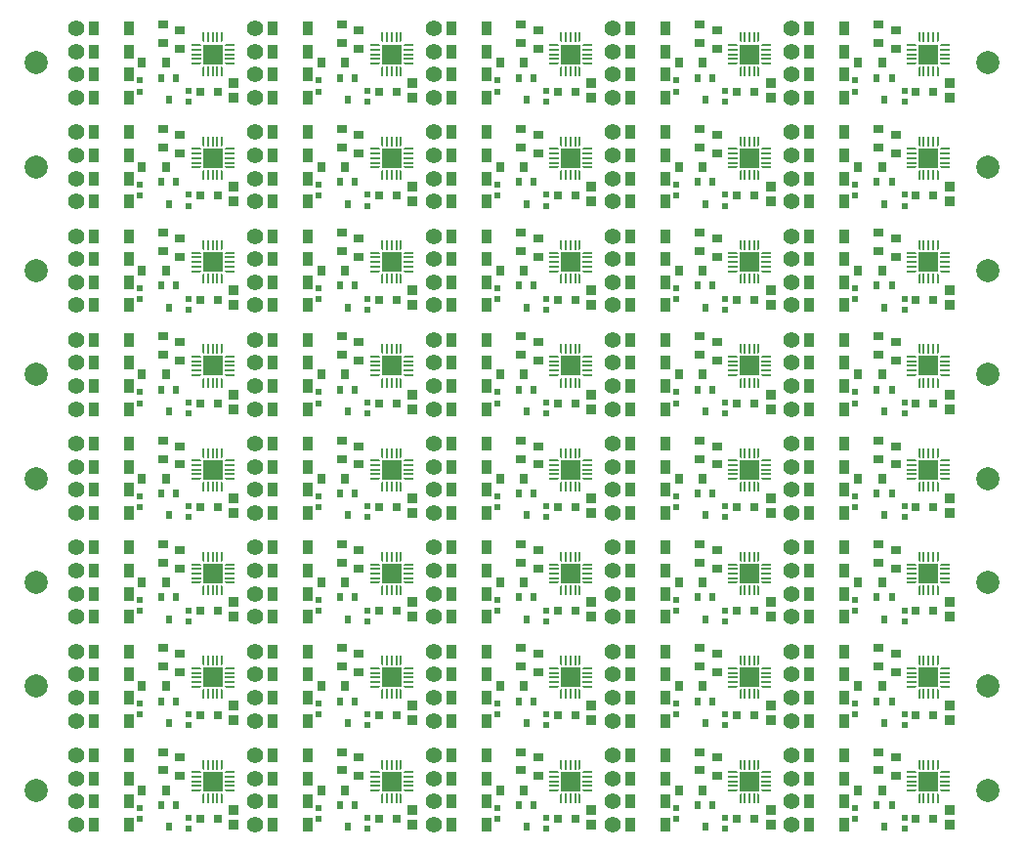
<source format=gbs>
G04 #@! TF.GenerationSoftware,KiCad,Pcbnew,(6.0.7)*
G04 #@! TF.CreationDate,2022-09-01T13:19:57+09:00*
G04 #@! TF.ProjectId,switchdecoder3,73776974-6368-4646-9563-6f646572332e,rev?*
G04 #@! TF.SameCoordinates,Original*
G04 #@! TF.FileFunction,Soldermask,Bot*
G04 #@! TF.FilePolarity,Negative*
%FSLAX46Y46*%
G04 Gerber Fmt 4.6, Leading zero omitted, Abs format (unit mm)*
G04 Created by KiCad (PCBNEW (6.0.7)) date 2022-09-01 13:19:57*
%MOMM*%
%LPD*%
G01*
G04 APERTURE LIST*
G04 Aperture macros list*
%AMRoundRect*
0 Rectangle with rounded corners*
0 $1 Rounding radius*
0 $2 $3 $4 $5 $6 $7 $8 $9 X,Y pos of 4 corners*
0 Add a 4 corners polygon primitive as box body*
4,1,4,$2,$3,$4,$5,$6,$7,$8,$9,$2,$3,0*
0 Add four circle primitives for the rounded corners*
1,1,$1+$1,$2,$3*
1,1,$1+$1,$4,$5*
1,1,$1+$1,$6,$7*
1,1,$1+$1,$8,$9*
0 Add four rect primitives between the rounded corners*
20,1,$1+$1,$2,$3,$4,$5,0*
20,1,$1+$1,$4,$5,$6,$7,0*
20,1,$1+$1,$6,$7,$8,$9,0*
20,1,$1+$1,$8,$9,$2,$3,0*%
%AMFreePoly0*
4,1,14,0.385355,0.085355,0.400000,0.050000,0.400000,0.000711,0.385355,-0.034644,0.334644,-0.085355,0.299289,-0.100000,-0.350000,-0.100000,-0.385355,-0.085355,-0.400000,-0.050000,-0.400000,0.050000,-0.385355,0.085355,-0.350000,0.100000,0.350000,0.100000,0.385355,0.085355,0.385355,0.085355,$1*%
%AMFreePoly1*
4,1,14,0.334644,0.085355,0.385355,0.034644,0.400000,-0.000711,0.400000,-0.050000,0.385355,-0.085355,0.350000,-0.100000,-0.350000,-0.100000,-0.385355,-0.085355,-0.400000,-0.050000,-0.400000,0.050000,-0.385355,0.085355,-0.350000,0.100000,0.299289,0.100000,0.334644,0.085355,0.334644,0.085355,$1*%
%AMFreePoly2*
4,1,14,0.085355,0.385355,0.100000,0.350000,0.100000,-0.350000,0.085355,-0.385355,0.050000,-0.400000,0.000711,-0.400000,-0.034644,-0.385355,-0.085355,-0.334644,-0.100000,-0.299289,-0.100000,0.350000,-0.085355,0.385355,-0.050000,0.400000,0.050000,0.400000,0.085355,0.385355,0.085355,0.385355,$1*%
%AMFreePoly3*
4,1,14,0.085355,0.385355,0.100000,0.350000,0.100000,-0.299289,0.085355,-0.334644,0.034644,-0.385355,-0.000711,-0.400000,-0.050000,-0.400000,-0.085355,-0.385355,-0.100000,-0.350000,-0.100000,0.350000,-0.085355,0.385355,-0.050000,0.400000,0.050000,0.400000,0.085355,0.385355,0.085355,0.385355,$1*%
%AMFreePoly4*
4,1,14,0.385355,0.085355,0.400000,0.050000,0.400000,-0.050000,0.385355,-0.085355,0.350000,-0.100000,-0.350000,-0.100000,-0.385355,-0.085355,-0.400000,-0.050000,-0.400000,-0.000711,-0.385355,0.034644,-0.334644,0.085355,-0.299289,0.100000,0.350000,0.100000,0.385355,0.085355,0.385355,0.085355,$1*%
%AMFreePoly5*
4,1,14,0.385355,0.085355,0.400000,0.050000,0.400000,-0.050000,0.385355,-0.085355,0.350000,-0.100000,-0.299289,-0.100000,-0.334644,-0.085355,-0.385355,-0.034644,-0.400000,0.000711,-0.400000,0.050000,-0.385355,0.085355,-0.350000,0.100000,0.350000,0.100000,0.385355,0.085355,0.385355,0.085355,$1*%
%AMFreePoly6*
4,1,14,0.034644,0.385355,0.085355,0.334644,0.100000,0.299289,0.100000,-0.350000,0.085355,-0.385355,0.050000,-0.400000,-0.050000,-0.400000,-0.085355,-0.385355,-0.100000,-0.350000,-0.100000,0.350000,-0.085355,0.385355,-0.050000,0.400000,-0.000711,0.400000,0.034644,0.385355,0.034644,0.385355,$1*%
%AMFreePoly7*
4,1,14,0.085355,0.385355,0.100000,0.350000,0.100000,-0.350000,0.085355,-0.385355,0.050000,-0.400000,-0.050000,-0.400000,-0.085355,-0.385355,-0.100000,-0.350000,-0.100000,0.299289,-0.085355,0.334644,-0.034644,0.385355,0.000711,0.400000,0.050000,0.400000,0.085355,0.385355,0.085355,0.385355,$1*%
G04 Aperture macros list end*
%ADD10C,1.400000*%
%ADD11C,2.000000*%
%ADD12FreePoly0,90.000000*%
%ADD13RoundRect,0.050000X0.050000X-0.350000X0.050000X0.350000X-0.050000X0.350000X-0.050000X-0.350000X0*%
%ADD14FreePoly1,90.000000*%
%ADD15FreePoly2,90.000000*%
%ADD16RoundRect,0.050000X0.350000X-0.050000X0.350000X0.050000X-0.350000X0.050000X-0.350000X-0.050000X0*%
%ADD17FreePoly3,90.000000*%
%ADD18FreePoly4,90.000000*%
%ADD19FreePoly5,90.000000*%
%ADD20FreePoly6,90.000000*%
%ADD21FreePoly7,90.000000*%
%ADD22R,1.700000X1.700000*%
%ADD23R,0.500000X0.550000*%
%ADD24R,0.900000X0.700000*%
%ADD25R,0.950000X0.950000*%
%ADD26R,0.800000X0.900000*%
%ADD27R,0.850000X1.200000*%
%ADD28R,0.800000X0.800000*%
%ADD29R,0.500000X0.800000*%
G04 APERTURE END LIST*
D10*
X52500000Y70500000D03*
X52500000Y68500000D03*
X52500000Y66500000D03*
X52500000Y64500000D03*
X68000000Y7500000D03*
X68000000Y5500000D03*
X68000000Y3500000D03*
X68000000Y1500000D03*
X21500000Y16500000D03*
X21500000Y14500000D03*
X21500000Y12500000D03*
X21500000Y10500000D03*
X68000000Y25500000D03*
X68000000Y23500000D03*
X68000000Y21500000D03*
X68000000Y19500000D03*
X52500000Y7500000D03*
X52500000Y5500000D03*
X52500000Y3500000D03*
X52500000Y1500000D03*
X6000000Y43500000D03*
X6000000Y41500000D03*
X6000000Y39500000D03*
X6000000Y37500000D03*
X6000000Y61500000D03*
X6000000Y59500000D03*
X6000000Y57500000D03*
X6000000Y55500000D03*
X37000000Y34500000D03*
X37000000Y32500000D03*
X37000000Y30500000D03*
X37000000Y28500000D03*
D11*
X85000000Y13500000D03*
X85000000Y13500000D03*
D10*
X37000000Y25500000D03*
X37000000Y23500000D03*
X37000000Y21500000D03*
X37000000Y19500000D03*
X52500000Y61500000D03*
X52500000Y59500000D03*
X52500000Y57500000D03*
X52500000Y55500000D03*
X37000000Y7500000D03*
X37000000Y5500000D03*
X37000000Y3500000D03*
X37000000Y1500000D03*
D11*
X85000000Y67500000D03*
X85000000Y67500000D03*
X85000000Y22500000D03*
X85000000Y22500000D03*
D10*
X37000000Y70500000D03*
X37000000Y68500000D03*
X37000000Y66500000D03*
X37000000Y64500000D03*
X68000000Y16500000D03*
X68000000Y14500000D03*
X68000000Y12500000D03*
X68000000Y10500000D03*
X21500000Y43500000D03*
X21500000Y41500000D03*
X21500000Y39500000D03*
X21500000Y37500000D03*
D11*
X2500000Y49500000D03*
D10*
X21500000Y70500000D03*
X21500000Y68500000D03*
X21500000Y66500000D03*
X21500000Y64500000D03*
X52500000Y43500000D03*
X52500000Y41500000D03*
X52500000Y39500000D03*
X52500000Y37500000D03*
D11*
X2500000Y58500000D03*
X2500000Y58500000D03*
X85000000Y31500000D03*
X85000000Y31500000D03*
X85000000Y4500000D03*
X85000000Y4500000D03*
X2500000Y13500000D03*
D10*
X21500000Y7500000D03*
X21500000Y5500000D03*
X21500000Y3500000D03*
X21500000Y1500000D03*
X21500000Y25500000D03*
X21500000Y23500000D03*
X21500000Y21500000D03*
X21500000Y19500000D03*
D11*
X85000000Y58500000D03*
X85000000Y58500000D03*
D10*
X37000000Y61500000D03*
X37000000Y59500000D03*
X37000000Y57500000D03*
X37000000Y55500000D03*
X68000000Y52500000D03*
X68000000Y50500000D03*
X68000000Y48500000D03*
X68000000Y46500000D03*
D11*
X2500000Y22500000D03*
D10*
X6000000Y25500000D03*
X6000000Y23500000D03*
X6000000Y21500000D03*
X6000000Y19500000D03*
X37000000Y16500000D03*
X37000000Y14500000D03*
X37000000Y12500000D03*
X37000000Y10500000D03*
X52500000Y52500000D03*
X52500000Y50500000D03*
X52500000Y48500000D03*
X52500000Y46500000D03*
X6000000Y34500000D03*
X6000000Y32500000D03*
X6000000Y30500000D03*
X6000000Y28500000D03*
D11*
X85000000Y40500000D03*
X85000000Y40500000D03*
D10*
X52500000Y25500000D03*
X52500000Y23500000D03*
X52500000Y21500000D03*
X52500000Y19500000D03*
X6000000Y7500000D03*
X6000000Y5500000D03*
X6000000Y3500000D03*
X6000000Y1500000D03*
D11*
X2500000Y4500000D03*
D10*
X68000000Y70500000D03*
X68000000Y68500000D03*
X68000000Y66500000D03*
X68000000Y64500000D03*
X37000000Y43500000D03*
X37000000Y41500000D03*
X37000000Y39500000D03*
X37000000Y37500000D03*
X21500000Y52500000D03*
X21500000Y50500000D03*
X21500000Y48500000D03*
X21500000Y46500000D03*
X37000000Y52500000D03*
X37000000Y50500000D03*
X37000000Y48500000D03*
X37000000Y46500000D03*
X21500000Y34500000D03*
X21500000Y32500000D03*
X21500000Y30500000D03*
X21500000Y28500000D03*
X68000000Y61500000D03*
X68000000Y59500000D03*
X68000000Y57500000D03*
X68000000Y55500000D03*
X68000000Y34500000D03*
X68000000Y32500000D03*
X68000000Y30500000D03*
X68000000Y28500000D03*
X21500000Y61500000D03*
X21500000Y59500000D03*
X21500000Y57500000D03*
X21500000Y55500000D03*
X52500000Y34500000D03*
X52500000Y32500000D03*
X52500000Y30500000D03*
X52500000Y28500000D03*
D11*
X2500000Y67500000D03*
X2500000Y67500000D03*
D10*
X52500000Y16500000D03*
X52500000Y14500000D03*
X52500000Y12500000D03*
X52500000Y10500000D03*
D11*
X2500000Y31500000D03*
X2500000Y40500000D03*
X85000000Y49500000D03*
X85000000Y49500000D03*
D10*
X6000000Y52500000D03*
X6000000Y50500000D03*
X6000000Y48500000D03*
X6000000Y46500000D03*
X6000000Y16500000D03*
X6000000Y14500000D03*
X6000000Y12500000D03*
X6000000Y10500000D03*
X68000000Y43500000D03*
X68000000Y41500000D03*
X68000000Y39500000D03*
X68000000Y37500000D03*
X6000000Y70500000D03*
X6000000Y68500000D03*
X6000000Y66500000D03*
X6000000Y64500000D03*
D12*
X80625000Y21800000D03*
D13*
X80225000Y21800000D03*
X79825000Y21800000D03*
X79425000Y21800000D03*
D14*
X79025000Y21800000D03*
D15*
X78375000Y22450000D03*
D16*
X78375000Y22850000D03*
X78375000Y23250000D03*
X78375000Y23650000D03*
D17*
X78375000Y24050000D03*
D18*
X79025000Y24700000D03*
D13*
X79425000Y24700000D03*
X79825000Y24700000D03*
X80225000Y24700000D03*
D19*
X80625000Y24700000D03*
D20*
X81275000Y24050000D03*
D16*
X81275000Y23650000D03*
X81275000Y23250000D03*
X81275000Y22850000D03*
D21*
X81275000Y22450000D03*
D22*
X79825000Y23250000D03*
D23*
X11500000Y65025000D03*
X11500000Y65975000D03*
D24*
X77000000Y70300000D03*
X77000000Y68700000D03*
D25*
X66150000Y47785000D03*
X66150000Y46515000D03*
D24*
X44500000Y61800000D03*
X44500000Y60200000D03*
D23*
X42500000Y2025000D03*
X42500000Y2975000D03*
D25*
X19650000Y20785000D03*
X19650000Y19515000D03*
X35150000Y11785000D03*
X35150000Y10515000D03*
D26*
X44800000Y49500000D03*
X42700000Y49500000D03*
D23*
X11500000Y38025000D03*
X11500000Y38975000D03*
D25*
X35150000Y65785000D03*
X35150000Y64515000D03*
D27*
X53975000Y12500000D03*
X57025000Y12500000D03*
D23*
X15750000Y29075000D03*
X15750000Y28125000D03*
D28*
X16725000Y38000000D03*
X18275000Y38000000D03*
D27*
X57025000Y70500000D03*
X53975000Y70500000D03*
X10525000Y34500000D03*
X7475000Y34500000D03*
D12*
X65125000Y39800000D03*
D13*
X64725000Y39800000D03*
X64325000Y39800000D03*
X63925000Y39800000D03*
D14*
X63525000Y39800000D03*
D15*
X62875000Y40450000D03*
D16*
X62875000Y40850000D03*
X62875000Y41250000D03*
X62875000Y41650000D03*
D17*
X62875000Y42050000D03*
D18*
X63525000Y42700000D03*
D13*
X63925000Y42700000D03*
X64325000Y42700000D03*
X64725000Y42700000D03*
D19*
X65125000Y42700000D03*
D20*
X65775000Y42050000D03*
D16*
X65775000Y41650000D03*
X65775000Y41250000D03*
X65775000Y40850000D03*
D21*
X65775000Y40450000D03*
D22*
X64325000Y41250000D03*
D27*
X38475000Y21500000D03*
X41525000Y21500000D03*
D24*
X46000000Y70300000D03*
X46000000Y68700000D03*
D12*
X18625000Y66800000D03*
D13*
X18225000Y66800000D03*
X17825000Y66800000D03*
X17425000Y66800000D03*
D14*
X17025000Y66800000D03*
D15*
X16375000Y67450000D03*
D16*
X16375000Y67850000D03*
X16375000Y68250000D03*
X16375000Y68650000D03*
D17*
X16375000Y69050000D03*
D18*
X17025000Y69700000D03*
D13*
X17425000Y69700000D03*
X17825000Y69700000D03*
X18225000Y69700000D03*
D19*
X18625000Y69700000D03*
D20*
X19275000Y69050000D03*
D16*
X19275000Y68650000D03*
X19275000Y68250000D03*
X19275000Y67850000D03*
D21*
X19275000Y67450000D03*
D22*
X17825000Y68250000D03*
D24*
X30500000Y43300000D03*
X30500000Y41700000D03*
D23*
X73500000Y2025000D03*
X73500000Y2975000D03*
D27*
X57025000Y37500000D03*
X53975000Y37500000D03*
X41525000Y28500000D03*
X38475000Y28500000D03*
X22975000Y30500000D03*
X26025000Y30500000D03*
D23*
X46750000Y20075000D03*
X46750000Y19125000D03*
D27*
X7475000Y41500000D03*
X10525000Y41500000D03*
D26*
X75800000Y4500000D03*
X73700000Y4500000D03*
D29*
X13350000Y57200000D03*
X14650000Y57200000D03*
X14000000Y55300000D03*
D12*
X49625000Y39800000D03*
D13*
X49225000Y39800000D03*
X48825000Y39800000D03*
X48425000Y39800000D03*
D14*
X48025000Y39800000D03*
D15*
X47375000Y40450000D03*
D16*
X47375000Y40850000D03*
X47375000Y41250000D03*
X47375000Y41650000D03*
D17*
X47375000Y42050000D03*
D18*
X48025000Y42700000D03*
D13*
X48425000Y42700000D03*
X48825000Y42700000D03*
X49225000Y42700000D03*
D19*
X49625000Y42700000D03*
D20*
X50275000Y42050000D03*
D16*
X50275000Y41650000D03*
X50275000Y41250000D03*
X50275000Y40850000D03*
D21*
X50275000Y40450000D03*
D22*
X48825000Y41250000D03*
D29*
X75350000Y12200000D03*
X76650000Y12200000D03*
X76000000Y10300000D03*
D23*
X62250000Y20075000D03*
X62250000Y19125000D03*
D28*
X16725000Y11000000D03*
X18275000Y11000000D03*
D27*
X69475000Y30500000D03*
X72525000Y30500000D03*
D23*
X77750000Y20075000D03*
X77750000Y19125000D03*
X58000000Y20025000D03*
X58000000Y20975000D03*
D28*
X32225000Y38000000D03*
X33775000Y38000000D03*
D24*
X77000000Y61300000D03*
X77000000Y59700000D03*
D27*
X72525000Y1500000D03*
X69475000Y1500000D03*
D25*
X35150000Y56785000D03*
X35150000Y55515000D03*
D27*
X26025000Y1500000D03*
X22975000Y1500000D03*
D12*
X18625000Y30800000D03*
D13*
X18225000Y30800000D03*
X17825000Y30800000D03*
X17425000Y30800000D03*
D14*
X17025000Y30800000D03*
D15*
X16375000Y31450000D03*
D16*
X16375000Y31850000D03*
X16375000Y32250000D03*
X16375000Y32650000D03*
D17*
X16375000Y33050000D03*
D18*
X17025000Y33700000D03*
D13*
X17425000Y33700000D03*
X17825000Y33700000D03*
X18225000Y33700000D03*
D19*
X18625000Y33700000D03*
D20*
X19275000Y33050000D03*
D16*
X19275000Y32650000D03*
X19275000Y32250000D03*
X19275000Y31850000D03*
D21*
X19275000Y31450000D03*
D22*
X17825000Y32250000D03*
D27*
X57025000Y61500000D03*
X53975000Y61500000D03*
D26*
X60300000Y40500000D03*
X58200000Y40500000D03*
D27*
X38475000Y66500000D03*
X41525000Y66500000D03*
D24*
X44500000Y25800000D03*
X44500000Y24200000D03*
D27*
X69475000Y66500000D03*
X72525000Y66500000D03*
D24*
X15000000Y61300000D03*
X15000000Y59700000D03*
D28*
X32225000Y20000000D03*
X33775000Y20000000D03*
D23*
X15750000Y2075000D03*
X15750000Y1125000D03*
D28*
X63225000Y2000000D03*
X64775000Y2000000D03*
D27*
X26025000Y61500000D03*
X22975000Y61500000D03*
X38475000Y12500000D03*
X41525000Y12500000D03*
D28*
X47725000Y11000000D03*
X49275000Y11000000D03*
D23*
X11500000Y2025000D03*
X11500000Y2975000D03*
D28*
X47725000Y38000000D03*
X49275000Y38000000D03*
D26*
X29300000Y13500000D03*
X27200000Y13500000D03*
D23*
X46750000Y29075000D03*
X46750000Y28125000D03*
D27*
X26025000Y10500000D03*
X22975000Y10500000D03*
D24*
X13500000Y7800000D03*
X13500000Y6200000D03*
X30500000Y52300000D03*
X30500000Y50700000D03*
D23*
X58000000Y29025000D03*
X58000000Y29975000D03*
X31250000Y47075000D03*
X31250000Y46125000D03*
D26*
X44800000Y67500000D03*
X42700000Y67500000D03*
D24*
X46000000Y7300000D03*
X46000000Y5700000D03*
D25*
X50650000Y2785000D03*
X50650000Y1515000D03*
D24*
X13500000Y61800000D03*
X13500000Y60200000D03*
D12*
X80625000Y39800000D03*
D13*
X80225000Y39800000D03*
X79825000Y39800000D03*
X79425000Y39800000D03*
D14*
X79025000Y39800000D03*
D15*
X78375000Y40450000D03*
D16*
X78375000Y40850000D03*
X78375000Y41250000D03*
X78375000Y41650000D03*
D17*
X78375000Y42050000D03*
D18*
X79025000Y42700000D03*
D13*
X79425000Y42700000D03*
X79825000Y42700000D03*
X80225000Y42700000D03*
D19*
X80625000Y42700000D03*
D20*
X81275000Y42050000D03*
D16*
X81275000Y41650000D03*
X81275000Y41250000D03*
X81275000Y40850000D03*
D21*
X81275000Y40450000D03*
D22*
X79825000Y41250000D03*
D12*
X80625000Y48800000D03*
D13*
X80225000Y48800000D03*
X79825000Y48800000D03*
X79425000Y48800000D03*
D14*
X79025000Y48800000D03*
D15*
X78375000Y49450000D03*
D16*
X78375000Y49850000D03*
X78375000Y50250000D03*
X78375000Y50650000D03*
D17*
X78375000Y51050000D03*
D18*
X79025000Y51700000D03*
D13*
X79425000Y51700000D03*
X79825000Y51700000D03*
X80225000Y51700000D03*
D19*
X80625000Y51700000D03*
D20*
X81275000Y51050000D03*
D16*
X81275000Y50650000D03*
X81275000Y50250000D03*
X81275000Y49850000D03*
D21*
X81275000Y49450000D03*
D22*
X79825000Y50250000D03*
D25*
X19650000Y29785000D03*
X19650000Y28515000D03*
D24*
X60000000Y7800000D03*
X60000000Y6200000D03*
D23*
X46750000Y38075000D03*
X46750000Y37125000D03*
D27*
X57025000Y1500000D03*
X53975000Y1500000D03*
D24*
X75500000Y25800000D03*
X75500000Y24200000D03*
X29000000Y7800000D03*
X29000000Y6200000D03*
D26*
X60300000Y67500000D03*
X58200000Y67500000D03*
D27*
X26025000Y64500000D03*
X22975000Y64500000D03*
X41525000Y10500000D03*
X38475000Y10500000D03*
D26*
X29300000Y40500000D03*
X27200000Y40500000D03*
D29*
X75350000Y21200000D03*
X76650000Y21200000D03*
X76000000Y19300000D03*
D12*
X80625000Y30800000D03*
D13*
X80225000Y30800000D03*
X79825000Y30800000D03*
X79425000Y30800000D03*
D14*
X79025000Y30800000D03*
D15*
X78375000Y31450000D03*
D16*
X78375000Y31850000D03*
X78375000Y32250000D03*
X78375000Y32650000D03*
D17*
X78375000Y33050000D03*
D18*
X79025000Y33700000D03*
D13*
X79425000Y33700000D03*
X79825000Y33700000D03*
X80225000Y33700000D03*
D19*
X80625000Y33700000D03*
D20*
X81275000Y33050000D03*
D16*
X81275000Y32650000D03*
X81275000Y32250000D03*
X81275000Y31850000D03*
D21*
X81275000Y31450000D03*
D22*
X79825000Y32250000D03*
D28*
X32225000Y65000000D03*
X33775000Y65000000D03*
D23*
X11500000Y29025000D03*
X11500000Y29975000D03*
D25*
X50650000Y20785000D03*
X50650000Y19515000D03*
D27*
X22975000Y32500000D03*
X26025000Y32500000D03*
D28*
X78725000Y56000000D03*
X80275000Y56000000D03*
D25*
X66150000Y29785000D03*
X66150000Y28515000D03*
D26*
X60300000Y22500000D03*
X58200000Y22500000D03*
X44800000Y58500000D03*
X42700000Y58500000D03*
D12*
X34125000Y48800000D03*
D13*
X33725000Y48800000D03*
X33325000Y48800000D03*
X32925000Y48800000D03*
D14*
X32525000Y48800000D03*
D15*
X31875000Y49450000D03*
D16*
X31875000Y49850000D03*
X31875000Y50250000D03*
X31875000Y50650000D03*
D17*
X31875000Y51050000D03*
D18*
X32525000Y51700000D03*
D13*
X32925000Y51700000D03*
X33325000Y51700000D03*
X33725000Y51700000D03*
D19*
X34125000Y51700000D03*
D20*
X34775000Y51050000D03*
D16*
X34775000Y50650000D03*
X34775000Y50250000D03*
X34775000Y49850000D03*
D21*
X34775000Y49450000D03*
D22*
X33325000Y50250000D03*
D25*
X35150000Y29785000D03*
X35150000Y28515000D03*
D27*
X10525000Y28500000D03*
X7475000Y28500000D03*
D24*
X61500000Y43300000D03*
X61500000Y41700000D03*
D27*
X22975000Y5500000D03*
X26025000Y5500000D03*
X72525000Y34500000D03*
X69475000Y34500000D03*
X69475000Y12500000D03*
X72525000Y12500000D03*
X72525000Y10500000D03*
X69475000Y10500000D03*
D25*
X35150000Y2785000D03*
X35150000Y1515000D03*
D27*
X7475000Y30500000D03*
X10525000Y30500000D03*
D25*
X66150000Y38785000D03*
X66150000Y37515000D03*
D26*
X60300000Y13500000D03*
X58200000Y13500000D03*
D25*
X19650000Y11785000D03*
X19650000Y10515000D03*
D27*
X7475000Y66500000D03*
X10525000Y66500000D03*
D28*
X78725000Y65000000D03*
X80275000Y65000000D03*
D29*
X28850000Y48200000D03*
X30150000Y48200000D03*
X29500000Y46300000D03*
D26*
X44800000Y31500000D03*
X42700000Y31500000D03*
D27*
X7475000Y14500000D03*
X10525000Y14500000D03*
D24*
X29000000Y61800000D03*
X29000000Y60200000D03*
X75500000Y43800000D03*
X75500000Y42200000D03*
D29*
X59850000Y3200000D03*
X61150000Y3200000D03*
X60500000Y1300000D03*
D27*
X10525000Y64500000D03*
X7475000Y64500000D03*
D25*
X50650000Y38785000D03*
X50650000Y37515000D03*
D24*
X75500000Y61800000D03*
X75500000Y60200000D03*
X29000000Y25800000D03*
X29000000Y24200000D03*
D27*
X7475000Y21500000D03*
X10525000Y21500000D03*
D28*
X63225000Y65000000D03*
X64775000Y65000000D03*
D12*
X65125000Y30800000D03*
D13*
X64725000Y30800000D03*
X64325000Y30800000D03*
X63925000Y30800000D03*
D14*
X63525000Y30800000D03*
D15*
X62875000Y31450000D03*
D16*
X62875000Y31850000D03*
X62875000Y32250000D03*
X62875000Y32650000D03*
D17*
X62875000Y33050000D03*
D18*
X63525000Y33700000D03*
D13*
X63925000Y33700000D03*
X64325000Y33700000D03*
X64725000Y33700000D03*
D19*
X65125000Y33700000D03*
D20*
X65775000Y33050000D03*
D16*
X65775000Y32650000D03*
X65775000Y32250000D03*
X65775000Y31850000D03*
D21*
X65775000Y31450000D03*
D22*
X64325000Y32250000D03*
D27*
X26025000Y19500000D03*
X22975000Y19500000D03*
D12*
X49625000Y3800000D03*
D13*
X49225000Y3800000D03*
X48825000Y3800000D03*
X48425000Y3800000D03*
D14*
X48025000Y3800000D03*
D15*
X47375000Y4450000D03*
D16*
X47375000Y4850000D03*
X47375000Y5250000D03*
X47375000Y5650000D03*
D17*
X47375000Y6050000D03*
D18*
X48025000Y6700000D03*
D13*
X48425000Y6700000D03*
X48825000Y6700000D03*
X49225000Y6700000D03*
D19*
X49625000Y6700000D03*
D20*
X50275000Y6050000D03*
D16*
X50275000Y5650000D03*
X50275000Y5250000D03*
X50275000Y4850000D03*
D21*
X50275000Y4450000D03*
D22*
X48825000Y5250000D03*
D24*
X30500000Y7300000D03*
X30500000Y5700000D03*
D27*
X10525000Y52500000D03*
X7475000Y52500000D03*
D12*
X34125000Y12800000D03*
D13*
X33725000Y12800000D03*
X33325000Y12800000D03*
X32925000Y12800000D03*
D14*
X32525000Y12800000D03*
D15*
X31875000Y13450000D03*
D16*
X31875000Y13850000D03*
X31875000Y14250000D03*
X31875000Y14650000D03*
D17*
X31875000Y15050000D03*
D18*
X32525000Y15700000D03*
D13*
X32925000Y15700000D03*
X33325000Y15700000D03*
X33725000Y15700000D03*
D19*
X34125000Y15700000D03*
D20*
X34775000Y15050000D03*
D16*
X34775000Y14650000D03*
X34775000Y14250000D03*
X34775000Y13850000D03*
D21*
X34775000Y13450000D03*
D22*
X33325000Y14250000D03*
D24*
X75500000Y16800000D03*
X75500000Y15200000D03*
D29*
X44350000Y48200000D03*
X45650000Y48200000D03*
X45000000Y46300000D03*
D23*
X27000000Y29025000D03*
X27000000Y29975000D03*
D25*
X19650000Y47785000D03*
X19650000Y46515000D03*
D12*
X18625000Y3800000D03*
D13*
X18225000Y3800000D03*
X17825000Y3800000D03*
X17425000Y3800000D03*
D14*
X17025000Y3800000D03*
D15*
X16375000Y4450000D03*
D16*
X16375000Y4850000D03*
X16375000Y5250000D03*
X16375000Y5650000D03*
D17*
X16375000Y6050000D03*
D18*
X17025000Y6700000D03*
D13*
X17425000Y6700000D03*
X17825000Y6700000D03*
X18225000Y6700000D03*
D19*
X18625000Y6700000D03*
D20*
X19275000Y6050000D03*
D16*
X19275000Y5650000D03*
X19275000Y5250000D03*
X19275000Y4850000D03*
D21*
X19275000Y4450000D03*
D22*
X17825000Y5250000D03*
D24*
X61500000Y25300000D03*
X61500000Y23700000D03*
D29*
X13350000Y12200000D03*
X14650000Y12200000D03*
X14000000Y10300000D03*
D12*
X18625000Y39800000D03*
D13*
X18225000Y39800000D03*
X17825000Y39800000D03*
X17425000Y39800000D03*
D14*
X17025000Y39800000D03*
D15*
X16375000Y40450000D03*
D16*
X16375000Y40850000D03*
X16375000Y41250000D03*
X16375000Y41650000D03*
D17*
X16375000Y42050000D03*
D18*
X17025000Y42700000D03*
D13*
X17425000Y42700000D03*
X17825000Y42700000D03*
X18225000Y42700000D03*
D19*
X18625000Y42700000D03*
D20*
X19275000Y42050000D03*
D16*
X19275000Y41650000D03*
X19275000Y41250000D03*
X19275000Y40850000D03*
D21*
X19275000Y40450000D03*
D22*
X17825000Y41250000D03*
D26*
X29300000Y58500000D03*
X27200000Y58500000D03*
D27*
X22975000Y14500000D03*
X26025000Y14500000D03*
D28*
X47725000Y29000000D03*
X49275000Y29000000D03*
D24*
X13500000Y25800000D03*
X13500000Y24200000D03*
X60000000Y25800000D03*
X60000000Y24200000D03*
D27*
X72525000Y43500000D03*
X69475000Y43500000D03*
D24*
X61500000Y70300000D03*
X61500000Y68700000D03*
D28*
X16725000Y20000000D03*
X18275000Y20000000D03*
D24*
X13500000Y16800000D03*
X13500000Y15200000D03*
D27*
X53975000Y3500000D03*
X57025000Y3500000D03*
D26*
X13800000Y31500000D03*
X11700000Y31500000D03*
D24*
X15000000Y7300000D03*
X15000000Y5700000D03*
X29000000Y43800000D03*
X29000000Y42200000D03*
X29000000Y34800000D03*
X29000000Y33200000D03*
X13500000Y43800000D03*
X13500000Y42200000D03*
X29000000Y52800000D03*
X29000000Y51200000D03*
D27*
X22975000Y41500000D03*
X26025000Y41500000D03*
X57025000Y19500000D03*
X53975000Y19500000D03*
D25*
X81650000Y2785000D03*
X81650000Y1515000D03*
D28*
X63225000Y20000000D03*
X64775000Y20000000D03*
D27*
X38475000Y50500000D03*
X41525000Y50500000D03*
D28*
X16725000Y2000000D03*
X18275000Y2000000D03*
D27*
X72525000Y37500000D03*
X69475000Y37500000D03*
D26*
X13800000Y49500000D03*
X11700000Y49500000D03*
D25*
X81650000Y11785000D03*
X81650000Y10515000D03*
D24*
X77000000Y25300000D03*
X77000000Y23700000D03*
D27*
X22975000Y68500000D03*
X26025000Y68500000D03*
D29*
X13350000Y66200000D03*
X14650000Y66200000D03*
X14000000Y64300000D03*
D23*
X42500000Y11025000D03*
X42500000Y11975000D03*
D12*
X65125000Y21800000D03*
D13*
X64725000Y21800000D03*
X64325000Y21800000D03*
X63925000Y21800000D03*
D14*
X63525000Y21800000D03*
D15*
X62875000Y22450000D03*
D16*
X62875000Y22850000D03*
X62875000Y23250000D03*
X62875000Y23650000D03*
D17*
X62875000Y24050000D03*
D18*
X63525000Y24700000D03*
D13*
X63925000Y24700000D03*
X64325000Y24700000D03*
X64725000Y24700000D03*
D19*
X65125000Y24700000D03*
D20*
X65775000Y24050000D03*
D16*
X65775000Y23650000D03*
X65775000Y23250000D03*
X65775000Y22850000D03*
D21*
X65775000Y22450000D03*
D22*
X64325000Y23250000D03*
D27*
X7475000Y39500000D03*
X10525000Y39500000D03*
D23*
X11500000Y11025000D03*
X11500000Y11975000D03*
D27*
X69475000Y68500000D03*
X72525000Y68500000D03*
D29*
X28850000Y66200000D03*
X30150000Y66200000D03*
X29500000Y64300000D03*
D25*
X66150000Y11785000D03*
X66150000Y10515000D03*
X81650000Y56785000D03*
X81650000Y55515000D03*
D24*
X44500000Y43800000D03*
X44500000Y42200000D03*
D27*
X38475000Y30500000D03*
X41525000Y30500000D03*
X57025000Y64500000D03*
X53975000Y64500000D03*
X26025000Y52500000D03*
X22975000Y52500000D03*
X22975000Y23500000D03*
X26025000Y23500000D03*
D23*
X15750000Y20075000D03*
X15750000Y19125000D03*
X58000000Y11025000D03*
X58000000Y11975000D03*
D27*
X53975000Y59500000D03*
X57025000Y59500000D03*
X53975000Y66500000D03*
X57025000Y66500000D03*
X26025000Y7500000D03*
X22975000Y7500000D03*
D24*
X15000000Y34300000D03*
X15000000Y32700000D03*
X77000000Y34300000D03*
X77000000Y32700000D03*
D27*
X7475000Y12500000D03*
X10525000Y12500000D03*
D26*
X60300000Y58500000D03*
X58200000Y58500000D03*
D28*
X47725000Y56000000D03*
X49275000Y56000000D03*
D27*
X69475000Y21500000D03*
X72525000Y21500000D03*
X72525000Y61500000D03*
X69475000Y61500000D03*
X41525000Y64500000D03*
X38475000Y64500000D03*
D23*
X46750000Y65075000D03*
X46750000Y64125000D03*
D24*
X60000000Y16800000D03*
X60000000Y15200000D03*
D29*
X44350000Y21200000D03*
X45650000Y21200000D03*
X45000000Y19300000D03*
X75350000Y39200000D03*
X76650000Y39200000D03*
X76000000Y37300000D03*
D24*
X13500000Y52800000D03*
X13500000Y51200000D03*
D23*
X31250000Y65075000D03*
X31250000Y64125000D03*
D12*
X49625000Y21800000D03*
D13*
X49225000Y21800000D03*
X48825000Y21800000D03*
X48425000Y21800000D03*
D14*
X48025000Y21800000D03*
D15*
X47375000Y22450000D03*
D16*
X47375000Y22850000D03*
X47375000Y23250000D03*
X47375000Y23650000D03*
D17*
X47375000Y24050000D03*
D18*
X48025000Y24700000D03*
D13*
X48425000Y24700000D03*
X48825000Y24700000D03*
X49225000Y24700000D03*
D19*
X49625000Y24700000D03*
D20*
X50275000Y24050000D03*
D16*
X50275000Y23650000D03*
X50275000Y23250000D03*
X50275000Y22850000D03*
D21*
X50275000Y22450000D03*
D22*
X48825000Y23250000D03*
D24*
X75500000Y34800000D03*
X75500000Y33200000D03*
D27*
X7475000Y3500000D03*
X10525000Y3500000D03*
D29*
X59850000Y12200000D03*
X61150000Y12200000D03*
X60500000Y10300000D03*
D23*
X46750000Y56075000D03*
X46750000Y55125000D03*
X58000000Y47025000D03*
X58000000Y47975000D03*
X42500000Y56025000D03*
X42500000Y56975000D03*
D27*
X72525000Y46500000D03*
X69475000Y46500000D03*
D26*
X60300000Y4500000D03*
X58200000Y4500000D03*
D23*
X77750000Y47075000D03*
X77750000Y46125000D03*
X46750000Y2075000D03*
X46750000Y1125000D03*
D28*
X63225000Y56000000D03*
X64775000Y56000000D03*
D29*
X75350000Y66200000D03*
X76650000Y66200000D03*
X76000000Y64300000D03*
X75350000Y3200000D03*
X76650000Y3200000D03*
X76000000Y1300000D03*
D23*
X27000000Y56025000D03*
X27000000Y56975000D03*
D24*
X75500000Y70800000D03*
X75500000Y69200000D03*
D28*
X63225000Y29000000D03*
X64775000Y29000000D03*
D12*
X80625000Y57800000D03*
D13*
X80225000Y57800000D03*
X79825000Y57800000D03*
X79425000Y57800000D03*
D14*
X79025000Y57800000D03*
D15*
X78375000Y58450000D03*
D16*
X78375000Y58850000D03*
X78375000Y59250000D03*
X78375000Y59650000D03*
D17*
X78375000Y60050000D03*
D18*
X79025000Y60700000D03*
D13*
X79425000Y60700000D03*
X79825000Y60700000D03*
X80225000Y60700000D03*
D19*
X80625000Y60700000D03*
D20*
X81275000Y60050000D03*
D16*
X81275000Y59650000D03*
X81275000Y59250000D03*
X81275000Y58850000D03*
D21*
X81275000Y58450000D03*
D22*
X79825000Y59250000D03*
D27*
X22975000Y66500000D03*
X26025000Y66500000D03*
D26*
X75800000Y58500000D03*
X73700000Y58500000D03*
D25*
X66150000Y56785000D03*
X66150000Y55515000D03*
D12*
X49625000Y12800000D03*
D13*
X49225000Y12800000D03*
X48825000Y12800000D03*
X48425000Y12800000D03*
D14*
X48025000Y12800000D03*
D15*
X47375000Y13450000D03*
D16*
X47375000Y13850000D03*
X47375000Y14250000D03*
X47375000Y14650000D03*
D17*
X47375000Y15050000D03*
D18*
X48025000Y15700000D03*
D13*
X48425000Y15700000D03*
X48825000Y15700000D03*
X49225000Y15700000D03*
D19*
X49625000Y15700000D03*
D20*
X50275000Y15050000D03*
D16*
X50275000Y14650000D03*
X50275000Y14250000D03*
X50275000Y13850000D03*
D21*
X50275000Y13450000D03*
D22*
X48825000Y14250000D03*
D27*
X57025000Y10500000D03*
X53975000Y10500000D03*
D25*
X19650000Y38785000D03*
X19650000Y37515000D03*
D27*
X38475000Y59500000D03*
X41525000Y59500000D03*
D23*
X62250000Y65075000D03*
X62250000Y64125000D03*
D24*
X30500000Y25300000D03*
X30500000Y23700000D03*
D29*
X13350000Y30200000D03*
X14650000Y30200000D03*
X14000000Y28300000D03*
D27*
X7475000Y23500000D03*
X10525000Y23500000D03*
X57025000Y7500000D03*
X53975000Y7500000D03*
X41525000Y25500000D03*
X38475000Y25500000D03*
X69475000Y59500000D03*
X72525000Y59500000D03*
X53975000Y5500000D03*
X57025000Y5500000D03*
D28*
X32225000Y56000000D03*
X33775000Y56000000D03*
D27*
X69475000Y41500000D03*
X72525000Y41500000D03*
X53975000Y39500000D03*
X57025000Y39500000D03*
X72525000Y52500000D03*
X69475000Y52500000D03*
D25*
X66150000Y20785000D03*
X66150000Y19515000D03*
D24*
X60000000Y61800000D03*
X60000000Y60200000D03*
D27*
X26025000Y43500000D03*
X22975000Y43500000D03*
X10525000Y55500000D03*
X7475000Y55500000D03*
X22975000Y12500000D03*
X26025000Y12500000D03*
X41525000Y43500000D03*
X38475000Y43500000D03*
D23*
X73500000Y65025000D03*
X73500000Y65975000D03*
D24*
X15000000Y25300000D03*
X15000000Y23700000D03*
D23*
X58000000Y65025000D03*
X58000000Y65975000D03*
D26*
X29300000Y49500000D03*
X27200000Y49500000D03*
D23*
X31250000Y56075000D03*
X31250000Y55125000D03*
X58000000Y38025000D03*
X58000000Y38975000D03*
D25*
X81650000Y38785000D03*
X81650000Y37515000D03*
D12*
X34125000Y3800000D03*
D13*
X33725000Y3800000D03*
X33325000Y3800000D03*
X32925000Y3800000D03*
D14*
X32525000Y3800000D03*
D15*
X31875000Y4450000D03*
D16*
X31875000Y4850000D03*
X31875000Y5250000D03*
X31875000Y5650000D03*
D17*
X31875000Y6050000D03*
D18*
X32525000Y6700000D03*
D13*
X32925000Y6700000D03*
X33325000Y6700000D03*
X33725000Y6700000D03*
D19*
X34125000Y6700000D03*
D20*
X34775000Y6050000D03*
D16*
X34775000Y5650000D03*
X34775000Y5250000D03*
X34775000Y4850000D03*
D21*
X34775000Y4450000D03*
D22*
X33325000Y5250000D03*
D26*
X29300000Y22500000D03*
X27200000Y22500000D03*
D24*
X30500000Y16300000D03*
X30500000Y14700000D03*
D27*
X72525000Y70500000D03*
X69475000Y70500000D03*
X57025000Y55500000D03*
X53975000Y55500000D03*
D26*
X13800000Y13500000D03*
X11700000Y13500000D03*
D27*
X10525000Y46500000D03*
X7475000Y46500000D03*
D29*
X59850000Y48200000D03*
X61150000Y48200000D03*
X60500000Y46300000D03*
D24*
X77000000Y43300000D03*
X77000000Y41700000D03*
D27*
X69475000Y14500000D03*
X72525000Y14500000D03*
D24*
X30500000Y34300000D03*
X30500000Y32700000D03*
D29*
X28850000Y3200000D03*
X30150000Y3200000D03*
X29500000Y1300000D03*
D23*
X27000000Y11025000D03*
X27000000Y11975000D03*
D27*
X57025000Y52500000D03*
X53975000Y52500000D03*
D12*
X65125000Y3800000D03*
D13*
X64725000Y3800000D03*
X64325000Y3800000D03*
X63925000Y3800000D03*
D14*
X63525000Y3800000D03*
D15*
X62875000Y4450000D03*
D16*
X62875000Y4850000D03*
X62875000Y5250000D03*
X62875000Y5650000D03*
D17*
X62875000Y6050000D03*
D18*
X63525000Y6700000D03*
D13*
X63925000Y6700000D03*
X64325000Y6700000D03*
X64725000Y6700000D03*
D19*
X65125000Y6700000D03*
D20*
X65775000Y6050000D03*
D16*
X65775000Y5650000D03*
X65775000Y5250000D03*
X65775000Y4850000D03*
D21*
X65775000Y4450000D03*
D22*
X64325000Y5250000D03*
D27*
X69475000Y57500000D03*
X72525000Y57500000D03*
X69475000Y3500000D03*
X72525000Y3500000D03*
D28*
X63225000Y47000000D03*
X64775000Y47000000D03*
D29*
X59850000Y21200000D03*
X61150000Y21200000D03*
X60500000Y19300000D03*
D23*
X62250000Y2075000D03*
X62250000Y1125000D03*
D26*
X13800000Y40500000D03*
X11700000Y40500000D03*
D27*
X69475000Y48500000D03*
X72525000Y48500000D03*
D24*
X44500000Y34800000D03*
X44500000Y33200000D03*
D25*
X35150000Y20785000D03*
X35150000Y19515000D03*
X66150000Y2785000D03*
X66150000Y1515000D03*
D27*
X41525000Y34500000D03*
X38475000Y34500000D03*
D23*
X62250000Y29075000D03*
X62250000Y28125000D03*
D24*
X46000000Y34300000D03*
X46000000Y32700000D03*
X44500000Y16800000D03*
X44500000Y15200000D03*
D26*
X13800000Y58500000D03*
X11700000Y58500000D03*
D27*
X38475000Y3500000D03*
X41525000Y3500000D03*
D24*
X46000000Y43300000D03*
X46000000Y41700000D03*
X46000000Y61300000D03*
X46000000Y59700000D03*
D12*
X18625000Y48800000D03*
D13*
X18225000Y48800000D03*
X17825000Y48800000D03*
X17425000Y48800000D03*
D14*
X17025000Y48800000D03*
D15*
X16375000Y49450000D03*
D16*
X16375000Y49850000D03*
X16375000Y50250000D03*
X16375000Y50650000D03*
D17*
X16375000Y51050000D03*
D18*
X17025000Y51700000D03*
D13*
X17425000Y51700000D03*
X17825000Y51700000D03*
X18225000Y51700000D03*
D19*
X18625000Y51700000D03*
D20*
X19275000Y51050000D03*
D16*
X19275000Y50650000D03*
X19275000Y50250000D03*
X19275000Y49850000D03*
D21*
X19275000Y49450000D03*
D22*
X17825000Y50250000D03*
D29*
X59850000Y39200000D03*
X61150000Y39200000D03*
X60500000Y37300000D03*
D27*
X38475000Y23500000D03*
X41525000Y23500000D03*
X10525000Y43500000D03*
X7475000Y43500000D03*
D26*
X13800000Y67500000D03*
X11700000Y67500000D03*
D29*
X44350000Y66200000D03*
X45650000Y66200000D03*
X45000000Y64300000D03*
D12*
X49625000Y66800000D03*
D13*
X49225000Y66800000D03*
X48825000Y66800000D03*
X48425000Y66800000D03*
D14*
X48025000Y66800000D03*
D15*
X47375000Y67450000D03*
D16*
X47375000Y67850000D03*
X47375000Y68250000D03*
X47375000Y68650000D03*
D17*
X47375000Y69050000D03*
D18*
X48025000Y69700000D03*
D13*
X48425000Y69700000D03*
X48825000Y69700000D03*
X49225000Y69700000D03*
D19*
X49625000Y69700000D03*
D20*
X50275000Y69050000D03*
D16*
X50275000Y68650000D03*
X50275000Y68250000D03*
X50275000Y67850000D03*
D21*
X50275000Y67450000D03*
D22*
X48825000Y68250000D03*
D23*
X46750000Y11075000D03*
X46750000Y10125000D03*
D29*
X75350000Y57200000D03*
X76650000Y57200000D03*
X76000000Y55300000D03*
D24*
X61500000Y7300000D03*
X61500000Y5700000D03*
D26*
X44800000Y13500000D03*
X42700000Y13500000D03*
D27*
X38475000Y41500000D03*
X41525000Y41500000D03*
D24*
X46000000Y16300000D03*
X46000000Y14700000D03*
D29*
X28850000Y39200000D03*
X30150000Y39200000D03*
X29500000Y37300000D03*
D27*
X72525000Y19500000D03*
X69475000Y19500000D03*
D25*
X50650000Y65785000D03*
X50650000Y64515000D03*
D12*
X49625000Y57800000D03*
D13*
X49225000Y57800000D03*
X48825000Y57800000D03*
X48425000Y57800000D03*
D14*
X48025000Y57800000D03*
D15*
X47375000Y58450000D03*
D16*
X47375000Y58850000D03*
X47375000Y59250000D03*
X47375000Y59650000D03*
D17*
X47375000Y60050000D03*
D18*
X48025000Y60700000D03*
D13*
X48425000Y60700000D03*
X48825000Y60700000D03*
X49225000Y60700000D03*
D19*
X49625000Y60700000D03*
D20*
X50275000Y60050000D03*
D16*
X50275000Y59650000D03*
X50275000Y59250000D03*
X50275000Y58850000D03*
D21*
X50275000Y58450000D03*
D22*
X48825000Y59250000D03*
D23*
X27000000Y2025000D03*
X27000000Y2975000D03*
X31250000Y20075000D03*
X31250000Y19125000D03*
D24*
X29000000Y16800000D03*
X29000000Y15200000D03*
X13500000Y70800000D03*
X13500000Y69200000D03*
D23*
X15750000Y47075000D03*
X15750000Y46125000D03*
D27*
X72525000Y64500000D03*
X69475000Y64500000D03*
D12*
X18625000Y21800000D03*
D13*
X18225000Y21800000D03*
X17825000Y21800000D03*
X17425000Y21800000D03*
D14*
X17025000Y21800000D03*
D15*
X16375000Y22450000D03*
D16*
X16375000Y22850000D03*
X16375000Y23250000D03*
X16375000Y23650000D03*
D17*
X16375000Y24050000D03*
D18*
X17025000Y24700000D03*
D13*
X17425000Y24700000D03*
X17825000Y24700000D03*
X18225000Y24700000D03*
D19*
X18625000Y24700000D03*
D20*
X19275000Y24050000D03*
D16*
X19275000Y23650000D03*
X19275000Y23250000D03*
X19275000Y22850000D03*
D21*
X19275000Y22450000D03*
D22*
X17825000Y23250000D03*
D23*
X77750000Y56075000D03*
X77750000Y55125000D03*
D27*
X10525000Y1500000D03*
X7475000Y1500000D03*
D23*
X27000000Y20025000D03*
X27000000Y20975000D03*
D27*
X26025000Y16500000D03*
X22975000Y16500000D03*
D29*
X13350000Y48200000D03*
X14650000Y48200000D03*
X14000000Y46300000D03*
D23*
X77750000Y65075000D03*
X77750000Y64125000D03*
D24*
X15000000Y16300000D03*
X15000000Y14700000D03*
X44500000Y70800000D03*
X44500000Y69200000D03*
D29*
X13350000Y3200000D03*
X14650000Y3200000D03*
X14000000Y1300000D03*
D27*
X72525000Y55500000D03*
X69475000Y55500000D03*
D12*
X34125000Y66800000D03*
D13*
X33725000Y66800000D03*
X33325000Y66800000D03*
X32925000Y66800000D03*
D14*
X32525000Y66800000D03*
D15*
X31875000Y67450000D03*
D16*
X31875000Y67850000D03*
X31875000Y68250000D03*
X31875000Y68650000D03*
D17*
X31875000Y69050000D03*
D18*
X32525000Y69700000D03*
D13*
X32925000Y69700000D03*
X33325000Y69700000D03*
X33725000Y69700000D03*
D19*
X34125000Y69700000D03*
D20*
X34775000Y69050000D03*
D16*
X34775000Y68650000D03*
X34775000Y68250000D03*
X34775000Y67850000D03*
D21*
X34775000Y67450000D03*
D22*
X33325000Y68250000D03*
D26*
X44800000Y40500000D03*
X42700000Y40500000D03*
D23*
X62250000Y38075000D03*
X62250000Y37125000D03*
X73500000Y56025000D03*
X73500000Y56975000D03*
D24*
X15000000Y43300000D03*
X15000000Y41700000D03*
D27*
X38475000Y68500000D03*
X41525000Y68500000D03*
D23*
X62250000Y56075000D03*
X62250000Y55125000D03*
D24*
X77000000Y16300000D03*
X77000000Y14700000D03*
D27*
X41525000Y7500000D03*
X38475000Y7500000D03*
D29*
X13350000Y21200000D03*
X14650000Y21200000D03*
X14000000Y19300000D03*
D27*
X22975000Y48500000D03*
X26025000Y48500000D03*
D29*
X59850000Y66200000D03*
X61150000Y66200000D03*
X60500000Y64300000D03*
D12*
X65125000Y57800000D03*
D13*
X64725000Y57800000D03*
X64325000Y57800000D03*
X63925000Y57800000D03*
D14*
X63525000Y57800000D03*
D15*
X62875000Y58450000D03*
D16*
X62875000Y58850000D03*
X62875000Y59250000D03*
X62875000Y59650000D03*
D17*
X62875000Y60050000D03*
D18*
X63525000Y60700000D03*
D13*
X63925000Y60700000D03*
X64325000Y60700000D03*
X64725000Y60700000D03*
D19*
X65125000Y60700000D03*
D20*
X65775000Y60050000D03*
D16*
X65775000Y59650000D03*
X65775000Y59250000D03*
X65775000Y58850000D03*
D21*
X65775000Y58450000D03*
D22*
X64325000Y59250000D03*
D27*
X38475000Y5500000D03*
X41525000Y5500000D03*
D24*
X61500000Y52300000D03*
X61500000Y50700000D03*
D27*
X57025000Y25500000D03*
X53975000Y25500000D03*
X57025000Y43500000D03*
X53975000Y43500000D03*
X10525000Y25500000D03*
X7475000Y25500000D03*
D23*
X73500000Y29025000D03*
X73500000Y29975000D03*
D27*
X53975000Y30500000D03*
X57025000Y30500000D03*
X22975000Y3500000D03*
X26025000Y3500000D03*
D23*
X27000000Y38025000D03*
X27000000Y38975000D03*
X31250000Y38075000D03*
X31250000Y37125000D03*
D24*
X29000000Y70800000D03*
X29000000Y69200000D03*
D29*
X59850000Y57200000D03*
X61150000Y57200000D03*
X60500000Y55300000D03*
X44350000Y39200000D03*
X45650000Y39200000D03*
X45000000Y37300000D03*
D28*
X78725000Y38000000D03*
X80275000Y38000000D03*
D27*
X72525000Y16500000D03*
X69475000Y16500000D03*
D23*
X62250000Y47075000D03*
X62250000Y46125000D03*
D26*
X29300000Y4500000D03*
X27200000Y4500000D03*
D28*
X16725000Y56000000D03*
X18275000Y56000000D03*
D27*
X41525000Y16500000D03*
X38475000Y16500000D03*
D29*
X75350000Y48200000D03*
X76650000Y48200000D03*
X76000000Y46300000D03*
D27*
X72525000Y28500000D03*
X69475000Y28500000D03*
D12*
X49625000Y30800000D03*
D13*
X49225000Y30800000D03*
X48825000Y30800000D03*
X48425000Y30800000D03*
D14*
X48025000Y30800000D03*
D15*
X47375000Y31450000D03*
D16*
X47375000Y31850000D03*
X47375000Y32250000D03*
X47375000Y32650000D03*
D17*
X47375000Y33050000D03*
D18*
X48025000Y33700000D03*
D13*
X48425000Y33700000D03*
X48825000Y33700000D03*
X49225000Y33700000D03*
D19*
X49625000Y33700000D03*
D20*
X50275000Y33050000D03*
D16*
X50275000Y32650000D03*
X50275000Y32250000D03*
X50275000Y31850000D03*
D21*
X50275000Y31450000D03*
D22*
X48825000Y32250000D03*
D23*
X42500000Y29025000D03*
X42500000Y29975000D03*
D24*
X30500000Y70300000D03*
X30500000Y68700000D03*
D12*
X80625000Y3800000D03*
D13*
X80225000Y3800000D03*
X79825000Y3800000D03*
X79425000Y3800000D03*
D14*
X79025000Y3800000D03*
D15*
X78375000Y4450000D03*
D16*
X78375000Y4850000D03*
X78375000Y5250000D03*
X78375000Y5650000D03*
D17*
X78375000Y6050000D03*
D18*
X79025000Y6700000D03*
D13*
X79425000Y6700000D03*
X79825000Y6700000D03*
X80225000Y6700000D03*
D19*
X80625000Y6700000D03*
D20*
X81275000Y6050000D03*
D16*
X81275000Y5650000D03*
X81275000Y5250000D03*
X81275000Y4850000D03*
D21*
X81275000Y4450000D03*
D22*
X79825000Y5250000D03*
D25*
X81650000Y20785000D03*
X81650000Y19515000D03*
D24*
X75500000Y7800000D03*
X75500000Y6200000D03*
X46000000Y52300000D03*
X46000000Y50700000D03*
D29*
X44350000Y12200000D03*
X45650000Y12200000D03*
X45000000Y10300000D03*
D26*
X13800000Y4500000D03*
X11700000Y4500000D03*
D27*
X7475000Y50500000D03*
X10525000Y50500000D03*
X22975000Y57500000D03*
X26025000Y57500000D03*
D23*
X11500000Y20025000D03*
X11500000Y20975000D03*
D24*
X60000000Y52800000D03*
X60000000Y51200000D03*
D27*
X10525000Y61500000D03*
X7475000Y61500000D03*
D23*
X42500000Y38025000D03*
X42500000Y38975000D03*
D27*
X53975000Y21500000D03*
X57025000Y21500000D03*
D23*
X42500000Y65025000D03*
X42500000Y65975000D03*
X15750000Y65075000D03*
X15750000Y64125000D03*
D26*
X75800000Y22500000D03*
X73700000Y22500000D03*
D23*
X77750000Y2075000D03*
X77750000Y1125000D03*
D25*
X50650000Y47785000D03*
X50650000Y46515000D03*
D27*
X38475000Y32500000D03*
X41525000Y32500000D03*
X26025000Y70500000D03*
X22975000Y70500000D03*
D28*
X78725000Y2000000D03*
X80275000Y2000000D03*
D25*
X50650000Y56785000D03*
X50650000Y55515000D03*
D12*
X65125000Y48800000D03*
D13*
X64725000Y48800000D03*
X64325000Y48800000D03*
X63925000Y48800000D03*
D14*
X63525000Y48800000D03*
D15*
X62875000Y49450000D03*
D16*
X62875000Y49850000D03*
X62875000Y50250000D03*
X62875000Y50650000D03*
D17*
X62875000Y51050000D03*
D18*
X63525000Y51700000D03*
D13*
X63925000Y51700000D03*
X64325000Y51700000D03*
X64725000Y51700000D03*
D19*
X65125000Y51700000D03*
D20*
X65775000Y51050000D03*
D16*
X65775000Y50650000D03*
X65775000Y50250000D03*
X65775000Y49850000D03*
D21*
X65775000Y49450000D03*
D22*
X64325000Y50250000D03*
D23*
X15750000Y38075000D03*
X15750000Y37125000D03*
D29*
X28850000Y21200000D03*
X30150000Y21200000D03*
X29500000Y19300000D03*
D23*
X46750000Y47075000D03*
X46750000Y46125000D03*
X31250000Y29075000D03*
X31250000Y28125000D03*
D26*
X44800000Y22500000D03*
X42700000Y22500000D03*
D23*
X73500000Y38025000D03*
X73500000Y38975000D03*
D24*
X30500000Y61300000D03*
X30500000Y59700000D03*
D23*
X62250000Y11075000D03*
X62250000Y10125000D03*
D26*
X29300000Y31500000D03*
X27200000Y31500000D03*
D27*
X10525000Y7500000D03*
X7475000Y7500000D03*
D12*
X18625000Y12800000D03*
D13*
X18225000Y12800000D03*
X17825000Y12800000D03*
X17425000Y12800000D03*
D14*
X17025000Y12800000D03*
D15*
X16375000Y13450000D03*
D16*
X16375000Y13850000D03*
X16375000Y14250000D03*
X16375000Y14650000D03*
D17*
X16375000Y15050000D03*
D18*
X17025000Y15700000D03*
D13*
X17425000Y15700000D03*
X17825000Y15700000D03*
X18225000Y15700000D03*
D19*
X18625000Y15700000D03*
D20*
X19275000Y15050000D03*
D16*
X19275000Y14650000D03*
X19275000Y14250000D03*
X19275000Y13850000D03*
D21*
X19275000Y13450000D03*
D22*
X17825000Y14250000D03*
D25*
X81650000Y47785000D03*
X81650000Y46515000D03*
D27*
X7475000Y59500000D03*
X10525000Y59500000D03*
D28*
X16725000Y65000000D03*
X18275000Y65000000D03*
X16725000Y47000000D03*
X18275000Y47000000D03*
D27*
X10525000Y10500000D03*
X7475000Y10500000D03*
X38475000Y14500000D03*
X41525000Y14500000D03*
D29*
X28850000Y12200000D03*
X30150000Y12200000D03*
X29500000Y10300000D03*
D27*
X57025000Y16500000D03*
X53975000Y16500000D03*
D23*
X58000000Y56025000D03*
X58000000Y56975000D03*
D27*
X72525000Y25500000D03*
X69475000Y25500000D03*
D24*
X13500000Y34800000D03*
X13500000Y33200000D03*
D27*
X53975000Y57500000D03*
X57025000Y57500000D03*
D23*
X73500000Y20025000D03*
X73500000Y20975000D03*
D24*
X44500000Y52800000D03*
X44500000Y51200000D03*
D27*
X10525000Y70500000D03*
X7475000Y70500000D03*
X69475000Y5500000D03*
X72525000Y5500000D03*
D23*
X73500000Y11025000D03*
X73500000Y11975000D03*
D12*
X80625000Y12800000D03*
D13*
X80225000Y12800000D03*
X79825000Y12800000D03*
X79425000Y12800000D03*
D14*
X79025000Y12800000D03*
D15*
X78375000Y13450000D03*
D16*
X78375000Y13850000D03*
X78375000Y14250000D03*
X78375000Y14650000D03*
D17*
X78375000Y15050000D03*
D18*
X79025000Y15700000D03*
D13*
X79425000Y15700000D03*
X79825000Y15700000D03*
X80225000Y15700000D03*
D19*
X80625000Y15700000D03*
D20*
X81275000Y15050000D03*
D16*
X81275000Y14650000D03*
X81275000Y14250000D03*
X81275000Y13850000D03*
D21*
X81275000Y13450000D03*
D22*
X79825000Y14250000D03*
D12*
X18625000Y57800000D03*
D13*
X18225000Y57800000D03*
X17825000Y57800000D03*
X17425000Y57800000D03*
D14*
X17025000Y57800000D03*
D15*
X16375000Y58450000D03*
D16*
X16375000Y58850000D03*
X16375000Y59250000D03*
X16375000Y59650000D03*
D17*
X16375000Y60050000D03*
D18*
X17025000Y60700000D03*
D13*
X17425000Y60700000D03*
X17825000Y60700000D03*
X18225000Y60700000D03*
D19*
X18625000Y60700000D03*
D20*
X19275000Y60050000D03*
D16*
X19275000Y59650000D03*
X19275000Y59250000D03*
X19275000Y58850000D03*
D21*
X19275000Y58450000D03*
D22*
X17825000Y59250000D03*
D25*
X19650000Y65785000D03*
X19650000Y64515000D03*
D23*
X11500000Y56025000D03*
X11500000Y56975000D03*
X31250000Y2075000D03*
X31250000Y1125000D03*
D29*
X13350000Y39200000D03*
X14650000Y39200000D03*
X14000000Y37300000D03*
D27*
X38475000Y39500000D03*
X41525000Y39500000D03*
D24*
X60000000Y34800000D03*
X60000000Y33200000D03*
D27*
X53975000Y48500000D03*
X57025000Y48500000D03*
D28*
X78725000Y11000000D03*
X80275000Y11000000D03*
D24*
X15000000Y70300000D03*
X15000000Y68700000D03*
D25*
X81650000Y65785000D03*
X81650000Y64515000D03*
D27*
X53975000Y50500000D03*
X57025000Y50500000D03*
D26*
X60300000Y31500000D03*
X58200000Y31500000D03*
D27*
X10525000Y19500000D03*
X7475000Y19500000D03*
D23*
X11500000Y47025000D03*
X11500000Y47975000D03*
D28*
X32225000Y2000000D03*
X33775000Y2000000D03*
X78725000Y20000000D03*
X80275000Y20000000D03*
D27*
X22975000Y21500000D03*
X26025000Y21500000D03*
X69475000Y32500000D03*
X72525000Y32500000D03*
D26*
X44800000Y4500000D03*
X42700000Y4500000D03*
D29*
X28850000Y30200000D03*
X30150000Y30200000D03*
X29500000Y28300000D03*
D27*
X26025000Y34500000D03*
X22975000Y34500000D03*
D25*
X66150000Y65785000D03*
X66150000Y64515000D03*
D12*
X34125000Y39800000D03*
D13*
X33725000Y39800000D03*
X33325000Y39800000D03*
X32925000Y39800000D03*
D14*
X32525000Y39800000D03*
D15*
X31875000Y40450000D03*
D16*
X31875000Y40850000D03*
X31875000Y41250000D03*
X31875000Y41650000D03*
D17*
X31875000Y42050000D03*
D18*
X32525000Y42700000D03*
D13*
X32925000Y42700000D03*
X33325000Y42700000D03*
X33725000Y42700000D03*
D19*
X34125000Y42700000D03*
D20*
X34775000Y42050000D03*
D16*
X34775000Y41650000D03*
X34775000Y41250000D03*
X34775000Y40850000D03*
D21*
X34775000Y40450000D03*
D22*
X33325000Y41250000D03*
D27*
X41525000Y37500000D03*
X38475000Y37500000D03*
D26*
X13800000Y22500000D03*
X11700000Y22500000D03*
D27*
X22975000Y39500000D03*
X26025000Y39500000D03*
D12*
X34125000Y57800000D03*
D13*
X33725000Y57800000D03*
X33325000Y57800000D03*
X32925000Y57800000D03*
D14*
X32525000Y57800000D03*
D15*
X31875000Y58450000D03*
D16*
X31875000Y58850000D03*
X31875000Y59250000D03*
X31875000Y59650000D03*
D17*
X31875000Y60050000D03*
D18*
X32525000Y60700000D03*
D13*
X32925000Y60700000D03*
X33325000Y60700000D03*
X33725000Y60700000D03*
D19*
X34125000Y60700000D03*
D20*
X34775000Y60050000D03*
D16*
X34775000Y59650000D03*
X34775000Y59250000D03*
X34775000Y58850000D03*
D21*
X34775000Y58450000D03*
D22*
X33325000Y59250000D03*
D23*
X58000000Y2025000D03*
X58000000Y2975000D03*
D29*
X44350000Y57200000D03*
X45650000Y57200000D03*
X45000000Y55300000D03*
D24*
X46000000Y25300000D03*
X46000000Y23700000D03*
D23*
X31250000Y11075000D03*
X31250000Y10125000D03*
D25*
X35150000Y38785000D03*
X35150000Y37515000D03*
D26*
X60300000Y49500000D03*
X58200000Y49500000D03*
D23*
X77750000Y11075000D03*
X77750000Y10125000D03*
D24*
X77000000Y52300000D03*
X77000000Y50700000D03*
X44500000Y7800000D03*
X44500000Y6200000D03*
D23*
X77750000Y38075000D03*
X77750000Y37125000D03*
D27*
X53975000Y32500000D03*
X57025000Y32500000D03*
D28*
X32225000Y11000000D03*
X33775000Y11000000D03*
D27*
X57025000Y28500000D03*
X53975000Y28500000D03*
X41525000Y46500000D03*
X38475000Y46500000D03*
D26*
X75800000Y40500000D03*
X73700000Y40500000D03*
D27*
X26025000Y55500000D03*
X22975000Y55500000D03*
X38475000Y48500000D03*
X41525000Y48500000D03*
D28*
X16725000Y29000000D03*
X18275000Y29000000D03*
D24*
X77000000Y7300000D03*
X77000000Y5700000D03*
D28*
X47725000Y20000000D03*
X49275000Y20000000D03*
D27*
X22975000Y59500000D03*
X26025000Y59500000D03*
D25*
X19650000Y2785000D03*
X19650000Y1515000D03*
D23*
X15750000Y56075000D03*
X15750000Y55125000D03*
D27*
X26025000Y28500000D03*
X22975000Y28500000D03*
D24*
X61500000Y61300000D03*
X61500000Y59700000D03*
D28*
X63225000Y11000000D03*
X64775000Y11000000D03*
D29*
X44350000Y3200000D03*
X45650000Y3200000D03*
X45000000Y1300000D03*
D28*
X78725000Y29000000D03*
X80275000Y29000000D03*
D29*
X28850000Y57200000D03*
X30150000Y57200000D03*
X29500000Y55300000D03*
D28*
X63225000Y38000000D03*
X64775000Y38000000D03*
D27*
X7475000Y48500000D03*
X10525000Y48500000D03*
D25*
X50650000Y11785000D03*
X50650000Y10515000D03*
D23*
X77750000Y29075000D03*
X77750000Y28125000D03*
D29*
X59850000Y30200000D03*
X61150000Y30200000D03*
X60500000Y28300000D03*
D28*
X47725000Y65000000D03*
X49275000Y65000000D03*
D27*
X41525000Y1500000D03*
X38475000Y1500000D03*
X57025000Y46500000D03*
X53975000Y46500000D03*
D26*
X29300000Y67500000D03*
X27200000Y67500000D03*
D27*
X41525000Y70500000D03*
X38475000Y70500000D03*
X26025000Y37500000D03*
X22975000Y37500000D03*
X7475000Y5500000D03*
X10525000Y5500000D03*
D12*
X34125000Y21800000D03*
D13*
X33725000Y21800000D03*
X33325000Y21800000D03*
X32925000Y21800000D03*
D14*
X32525000Y21800000D03*
D15*
X31875000Y22450000D03*
D16*
X31875000Y22850000D03*
X31875000Y23250000D03*
X31875000Y23650000D03*
D17*
X31875000Y24050000D03*
D18*
X32525000Y24700000D03*
D13*
X32925000Y24700000D03*
X33325000Y24700000D03*
X33725000Y24700000D03*
D19*
X34125000Y24700000D03*
D20*
X34775000Y24050000D03*
D16*
X34775000Y23650000D03*
X34775000Y23250000D03*
X34775000Y22850000D03*
D21*
X34775000Y22450000D03*
D22*
X33325000Y23250000D03*
D28*
X32225000Y47000000D03*
X33775000Y47000000D03*
D24*
X61500000Y34300000D03*
X61500000Y32700000D03*
D27*
X41525000Y55500000D03*
X38475000Y55500000D03*
D25*
X35150000Y47785000D03*
X35150000Y46515000D03*
X19650000Y56785000D03*
X19650000Y55515000D03*
X50650000Y29785000D03*
X50650000Y28515000D03*
D27*
X10525000Y37500000D03*
X7475000Y37500000D03*
D24*
X61500000Y16300000D03*
X61500000Y14700000D03*
D12*
X65125000Y66800000D03*
D13*
X64725000Y66800000D03*
X64325000Y66800000D03*
X63925000Y66800000D03*
D14*
X63525000Y66800000D03*
D15*
X62875000Y67450000D03*
D16*
X62875000Y67850000D03*
X62875000Y68250000D03*
X62875000Y68650000D03*
D17*
X62875000Y69050000D03*
D18*
X63525000Y69700000D03*
D13*
X63925000Y69700000D03*
X64325000Y69700000D03*
X64725000Y69700000D03*
D19*
X65125000Y69700000D03*
D20*
X65775000Y69050000D03*
D16*
X65775000Y68650000D03*
X65775000Y68250000D03*
X65775000Y67850000D03*
D21*
X65775000Y67450000D03*
D22*
X64325000Y68250000D03*
D27*
X53975000Y68500000D03*
X57025000Y68500000D03*
X57025000Y34500000D03*
X53975000Y34500000D03*
X53975000Y41500000D03*
X57025000Y41500000D03*
D26*
X75800000Y31500000D03*
X73700000Y31500000D03*
D27*
X26025000Y46500000D03*
X22975000Y46500000D03*
D12*
X65125000Y12800000D03*
D13*
X64725000Y12800000D03*
X64325000Y12800000D03*
X63925000Y12800000D03*
D14*
X63525000Y12800000D03*
D15*
X62875000Y13450000D03*
D16*
X62875000Y13850000D03*
X62875000Y14250000D03*
X62875000Y14650000D03*
D17*
X62875000Y15050000D03*
D18*
X63525000Y15700000D03*
D13*
X63925000Y15700000D03*
X64325000Y15700000D03*
X64725000Y15700000D03*
D19*
X65125000Y15700000D03*
D20*
X65775000Y15050000D03*
D16*
X65775000Y14650000D03*
X65775000Y14250000D03*
X65775000Y13850000D03*
D21*
X65775000Y13450000D03*
D22*
X64325000Y14250000D03*
D12*
X49625000Y48800000D03*
D13*
X49225000Y48800000D03*
X48825000Y48800000D03*
X48425000Y48800000D03*
D14*
X48025000Y48800000D03*
D15*
X47375000Y49450000D03*
D16*
X47375000Y49850000D03*
X47375000Y50250000D03*
X47375000Y50650000D03*
D17*
X47375000Y51050000D03*
D18*
X48025000Y51700000D03*
D13*
X48425000Y51700000D03*
X48825000Y51700000D03*
X49225000Y51700000D03*
D19*
X49625000Y51700000D03*
D20*
X50275000Y51050000D03*
D16*
X50275000Y50650000D03*
X50275000Y50250000D03*
X50275000Y49850000D03*
D21*
X50275000Y49450000D03*
D22*
X48825000Y50250000D03*
D27*
X7475000Y57500000D03*
X10525000Y57500000D03*
D12*
X34125000Y30800000D03*
D13*
X33725000Y30800000D03*
X33325000Y30800000D03*
X32925000Y30800000D03*
D14*
X32525000Y30800000D03*
D15*
X31875000Y31450000D03*
D16*
X31875000Y31850000D03*
X31875000Y32250000D03*
X31875000Y32650000D03*
D17*
X31875000Y33050000D03*
D18*
X32525000Y33700000D03*
D13*
X32925000Y33700000D03*
X33325000Y33700000D03*
X33725000Y33700000D03*
D19*
X34125000Y33700000D03*
D20*
X34775000Y33050000D03*
D16*
X34775000Y32650000D03*
X34775000Y32250000D03*
X34775000Y31850000D03*
D21*
X34775000Y31450000D03*
D22*
X33325000Y32250000D03*
D27*
X41525000Y19500000D03*
X38475000Y19500000D03*
D23*
X42500000Y20025000D03*
X42500000Y20975000D03*
D27*
X41525000Y61500000D03*
X38475000Y61500000D03*
D28*
X47725000Y2000000D03*
X49275000Y2000000D03*
D24*
X60000000Y43800000D03*
X60000000Y42200000D03*
D27*
X10525000Y16500000D03*
X7475000Y16500000D03*
D28*
X32225000Y29000000D03*
X33775000Y29000000D03*
D27*
X72525000Y7500000D03*
X69475000Y7500000D03*
X7475000Y68500000D03*
X10525000Y68500000D03*
D23*
X15750000Y11075000D03*
X15750000Y10125000D03*
X27000000Y65025000D03*
X27000000Y65975000D03*
D29*
X44350000Y30200000D03*
X45650000Y30200000D03*
X45000000Y28300000D03*
D23*
X42500000Y47025000D03*
X42500000Y47975000D03*
D24*
X15000000Y52300000D03*
X15000000Y50700000D03*
D23*
X27000000Y47025000D03*
X27000000Y47975000D03*
D27*
X22975000Y50500000D03*
X26025000Y50500000D03*
X53975000Y14500000D03*
X57025000Y14500000D03*
D12*
X80625000Y66800000D03*
D13*
X80225000Y66800000D03*
X79825000Y66800000D03*
X79425000Y66800000D03*
D14*
X79025000Y66800000D03*
D15*
X78375000Y67450000D03*
D16*
X78375000Y67850000D03*
X78375000Y68250000D03*
X78375000Y68650000D03*
D17*
X78375000Y69050000D03*
D18*
X79025000Y69700000D03*
D13*
X79425000Y69700000D03*
X79825000Y69700000D03*
X80225000Y69700000D03*
D19*
X80625000Y69700000D03*
D20*
X81275000Y69050000D03*
D16*
X81275000Y68650000D03*
X81275000Y68250000D03*
X81275000Y67850000D03*
D21*
X81275000Y67450000D03*
D22*
X79825000Y68250000D03*
D28*
X78725000Y47000000D03*
X80275000Y47000000D03*
D24*
X60000000Y70800000D03*
X60000000Y69200000D03*
D27*
X26025000Y25500000D03*
X22975000Y25500000D03*
X69475000Y39500000D03*
X72525000Y39500000D03*
D24*
X75500000Y52800000D03*
X75500000Y51200000D03*
D25*
X81650000Y29785000D03*
X81650000Y28515000D03*
D27*
X69475000Y23500000D03*
X72525000Y23500000D03*
D28*
X47725000Y47000000D03*
X49275000Y47000000D03*
D27*
X41525000Y52500000D03*
X38475000Y52500000D03*
D29*
X75350000Y30200000D03*
X76650000Y30200000D03*
X76000000Y28300000D03*
D26*
X75800000Y49500000D03*
X73700000Y49500000D03*
X75800000Y67500000D03*
X73700000Y67500000D03*
D27*
X7475000Y32500000D03*
X10525000Y32500000D03*
X53975000Y23500000D03*
X57025000Y23500000D03*
D23*
X73500000Y47025000D03*
X73500000Y47975000D03*
D26*
X75800000Y13500000D03*
X73700000Y13500000D03*
D27*
X38475000Y57500000D03*
X41525000Y57500000D03*
X69475000Y50500000D03*
X72525000Y50500000D03*
M02*

</source>
